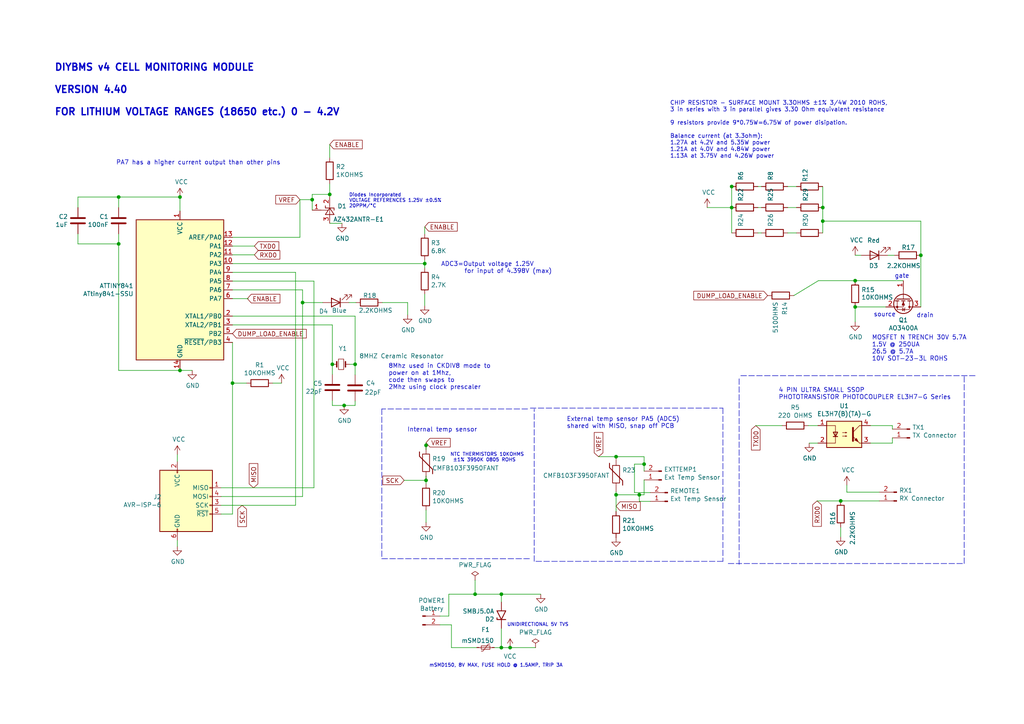
<source format=kicad_sch>
(kicad_sch (version 20231120) (generator "eeschema") (generator_version "8.0")
  (paper "A4")
  (title_block (title "DIYBMS cell monitoring module") (date "2021-03-03") (rev "4.4") (company "Stuart Pittaway"))
  (lib_symbols
    (symbol "Connector:AVR-ISP-6" (pin_names (offset 1.016))
      (property "Reference" "J" (at -6.35 11.43 0))
      (property "Value" "AVR-ISP-6" (at 0 11.43 0))
      (symbol "AVR-ISP-6_0_1"
        (rectangle (start -2.667 -6.858) (end -2.413 -7.62))
        (rectangle (start -2.667 10.16) (end -2.413 9.398))
        (rectangle (start 7.62 -2.413) (end 6.858 -2.667))
        (rectangle (start 7.62 0.127) (end 6.858 -0.127))
        (rectangle (start 7.62 2.667) (end 6.858 2.413))
        (rectangle (start 7.62 5.207) (end 6.858 4.953))
        (rectangle (start 7.62 10.16) (end -7.62 -7.62) (stroke (width 0.254)) (fill (type background)))
      )
      (symbol "AVR-ISP-6_1_1"
        (pin passive line (at 10.16 5.08 180) (length 2.54) (name "MISO") (number "1"))
        (pin passive line (at -2.54 12.7 270) (length 2.54) (name "VCC") (number "2"))
        (pin passive line (at 10.16 0 180) (length 2.54) (name "SCK") (number "3"))
        (pin passive line (at 10.16 2.54 180) (length 2.54) (name "MOSI") (number "4"))
        (pin passive line (at 10.16 -2.54 180) (length 2.54) (name "~{RST}") (number "5"))
        (pin passive line (at -2.54 -10.16 90) (length 2.54) (name "GND") (number "6"))
      )
    )
    (symbol "Device:C" (pin_numbers hide) (pin_names (offset 0.254))
      (property "Reference" "C" (at 0.635 2.54 0))
      (property "Value" "C" (at 0.635 -2.54 0))
      (symbol "C_0_1"
        (polyline (pts (xy -2.032 -0.762) (xy 2.032 -0.762)) (stroke (width 0.508)))
        (polyline (pts (xy -2.032 0.762) (xy 2.032 0.762)) (stroke (width 0.508)))
      )
      (symbol "C_1_1"
        (pin passive line (at 0 3.81 270) (length 2.794) (name "~") (number "1"))
        (pin passive line (at 0 -3.81 90) (length 2.794) (name "~") (number "2"))
      )
    )
    (symbol "Device:Crystal_Small" (pin_numbers hide) (pin_names (offset 1.016) hide)
      (property "Reference" "Y" (at 0 2.54 0))
      (property "Value" "Crystal_Small" (at 0 -2.54 0))
      (symbol "Crystal_Small_0_1"
        (rectangle (start -0.762 -1.524) (end 0.762 1.524))
        (polyline (pts (xy -1.27 -0.762) (xy -1.27 0.762)) (stroke (width 0.381)))
        (polyline (pts (xy 1.27 -0.762) (xy 1.27 0.762)) (stroke (width 0.381)))
      )
      (symbol "Crystal_Small_1_1"
        (pin passive line (at -2.54 0 0) (length 1.27) (name "1") (number "1"))
        (pin passive line (at 2.54 0 180) (length 1.27) (name "2") (number "2"))
      )
    )
    (symbol "Device:LED" (pin_numbers hide) (pin_names (offset 1.016) hide)
      (property "Reference" "D" (at 0 2.54 0))
      (property "Value" "LED" (at 0 -2.54 0))
      (symbol "LED_0_1"
        (polyline (pts (xy -1.27 -1.27) (xy -1.27 1.27)) (stroke (width 0.254)))
        (polyline (pts (xy -1.27 0) (xy 1.27 0)))
        (polyline (pts (xy 1.27 -1.27) (xy 1.27 1.27) (xy -1.27 0) (xy 1.27 -1.27)) (stroke (width 0.254)))
        (polyline (pts (xy -3.048 -0.762) (xy -4.572 -2.286) (xy -3.81 -2.286) (xy -4.572 -2.286) (xy -4.572 -1.524)))
        (polyline (pts (xy -1.778 -0.762) (xy -3.302 -2.286) (xy -2.54 -2.286) (xy -3.302 -2.286) (xy -3.302 -1.524)))
      )
      (symbol "LED_1_1"
        (pin passive line (at -3.81 0 0) (length 2.54) (name "K") (number "1"))
        (pin passive line (at 3.81 0 180) (length 2.54) (name "A") (number "2"))
      )
    )
    (symbol "Device:Polyfuse_Small" (pin_numbers hide) (pin_names (offset 0))
      (property "Reference" "F" (at -1.905 0 90))
      (property "Value" "Polyfuse_Small" (at 1.905 0 90))
      (symbol "Polyfuse_Small_0_1"
        (rectangle (start -0.508 1.27) (end 0.508 -1.27))
        (polyline (pts (xy 0 2.54) (xy 0 -2.54)))
        (polyline (pts (xy -1.016 1.27) (xy -1.016 0.762) (xy 1.016 -0.762) (xy 1.016 -1.27)))
      )
      (symbol "Polyfuse_Small_1_1"
        (pin passive line (at 0 2.54 270) (length 0.635) (name "~") (number "1"))
        (pin passive line (at 0 -2.54 90) (length 0.635) (name "~") (number "2"))
      )
    )
    (symbol "Device:Q_NMOS_GSD" (pin_names (offset 0) hide)
      (property "Reference" "Q" (at 5.08 1.27 0))
      (property "Value" "Q_NMOS_GSD" (at 5.08 -1.27 0))
      (symbol "Q_NMOS_GSD_0_1"
        (polyline (pts (xy 0.254 0) (xy -2.54 0)))
        (polyline (pts (xy 0.254 1.905) (xy 0.254 -1.905)) (stroke (width 0.254)))
        (polyline (pts (xy 0.762 -1.27) (xy 0.762 -2.286)) (stroke (width 0.254)))
        (polyline (pts (xy 0.762 0.508) (xy 0.762 -0.508)) (stroke (width 0.254)))
        (polyline (pts (xy 0.762 2.286) (xy 0.762 1.27)) (stroke (width 0.254)))
        (polyline (pts (xy 2.54 2.54) (xy 2.54 1.778)))
        (polyline (pts (xy 2.54 -2.54) (xy 2.54 0) (xy 0.762 0)))
        (polyline (pts (xy 0.762 -1.778) (xy 3.302 -1.778) (xy 3.302 1.778) (xy 0.762 1.778)))
        (polyline (pts (xy 1.016 0) (xy 2.032 0.381) (xy 2.032 -0.381) (xy 1.016 0)) (fill (type outline)))
        (polyline (pts (xy 2.794 0.508) (xy 2.921 0.381) (xy 3.683 0.381) (xy 3.81 0.254)))
        (polyline (pts (xy 3.302 0.381) (xy 2.921 -0.254) (xy 3.683 -0.254) (xy 3.302 0.381)))
        (circle (center 1.651 0) (radius 2.794) (stroke (width 0.254)))
        (circle (center 2.54 -1.778) (radius 0.254) (fill (type outline)))
        (circle (center 2.54 1.778) (radius 0.254) (fill (type outline)))
      )
      (symbol "Q_NMOS_GSD_1_1"
        (pin input line (at -5.08 0 0) (length 2.54) (name "G") (number "1"))
        (pin passive line (at 2.54 -5.08 90) (length 2.54) (name "S") (number "2"))
        (pin passive line (at 2.54 5.08 270) (length 2.54) (name "D") (number "3"))
      )
    )
    (symbol "Device:R" (pin_numbers hide) (pin_names (offset 0))
      (property "Reference" "R" (at 2.032 0 90))
      (property "Value" "R" (at 0 0 90))
      (symbol "R_0_1"
        (rectangle (start -1.016 -2.54) (end 1.016 2.54) (stroke (width 0.254)))
      )
      (symbol "R_1_1"
        (pin passive line (at 0 3.81 270) (length 1.27) (name "~") (number "1"))
        (pin passive line (at 0 -3.81 90) (length 1.27) (name "~") (number "2"))
      )
    )
    (symbol "Device:Thermistor" (pin_numbers hide) (pin_names (offset 0))
      (property "Reference" "TH" (at 2.54 1.27 90))
      (property "Value" "Thermistor" (at -2.54 0 90))
      (symbol "Thermistor_0_1"
        (rectangle (start -1.016 2.54) (end 1.016 -2.54) (stroke (width 0.2032)))
        (polyline (pts (xy -1.905 3.175) (xy -1.905 1.905) (xy 1.905 -1.905) (xy 1.905 -3.175) (xy 1.905 -3.175)) (stroke (width 0.254)))
      )
      (symbol "Thermistor_1_1"
        (pin passive line (at 0 5.08 270) (length 2.54) (name "~") (number "1"))
        (pin passive line (at 0 -5.08 90) (length 2.54) (name "~") (number "2"))
      )
    )
    (symbol "Diode:SM6T6V8A" (pin_numbers hide) (pin_names (offset 1.016) hide)
      (property "Reference" "D" (at 0 2.54 0))
      (property "Value" "SM6T6V8A" (at 0 -2.54 0))
      (symbol "SM6T6V8A_0_1"
        (polyline (pts (xy -0.762 1.27) (xy -1.27 1.27) (xy -1.27 -1.27)) (stroke (width 0.254)))
        (polyline (pts (xy 1.27 1.27) (xy 1.27 -1.27) (xy -1.27 0) (xy 1.27 1.27)) (stroke (width 0.254)))
      )
      (symbol "SM6T6V8A_1_1"
        (pin passive line (at -3.81 0 0) (length 2.54) (name "A1") (number "1"))
        (pin passive line (at 3.81 0 180) (length 2.54) (name "A2") (number "2"))
      )
    )
    (symbol "Isolator:PC817" (pin_names (offset 1.016))
      (property "Reference" "U" (at -5.08 5.08 0))
      (property "Value" "PC817" (at 0 5.08 0))
      (symbol "PC817_0_1"
        (rectangle (start -5.08 3.81) (end 5.08 -3.81) (stroke (width 0.254)) (fill (type background)))
        (polyline (pts (xy -3.175 -0.635) (xy -1.905 -0.635)) (stroke (width 0.254)))
        (polyline (pts (xy 2.54 0.635) (xy 4.445 2.54)))
        (polyline (pts (xy 4.445 -2.54) (xy 2.54 -0.635)) (fill (type outline)))
        (polyline (pts (xy 4.445 -2.54) (xy 5.08 -2.54)))
        (polyline (pts (xy 4.445 2.54) (xy 5.08 2.54)))
        (polyline (pts (xy -5.08 2.54) (xy -2.54 2.54) (xy -2.54 -0.635)))
        (polyline (pts (xy -2.54 -0.635) (xy -2.54 -2.54) (xy -5.08 -2.54)))
        (polyline (pts (xy 2.54 1.905) (xy 2.54 -1.905) (xy 2.54 -1.905)) (stroke (width 0.508)))
        (polyline (pts (xy -2.54 -0.635) (xy -3.175 0.635) (xy -1.905 0.635) (xy -2.54 -0.635)) (stroke (width 0.254)))
        (polyline (pts (xy -0.508 -0.508) (xy 0.762 -0.508) (xy 0.381 -0.635) (xy 0.381 -0.381) (xy 0.762 -0.508)))
        (polyline (pts (xy -0.508 0.508) (xy 0.762 0.508) (xy 0.381 0.381) (xy 0.381 0.635) (xy 0.762 0.508)))
        (polyline (pts (xy 3.048 -1.651) (xy 3.556 -1.143) (xy 4.064 -2.159) (xy 3.048 -1.651) (xy 3.048 -1.651)) (fill (type outline)))
      )
      (symbol "PC817_1_1"
        (pin passive line (at -7.62 2.54 0) (length 2.54) (name "~") (number "1"))
        (pin passive line (at -7.62 -2.54 0) (length 2.54) (name "~") (number "2"))
        (pin passive line (at 7.62 -2.54 180) (length 2.54) (name "~") (number "3"))
        (pin passive line (at 7.62 2.54 180) (length 2.54) (name "~") (number "4"))
      )
    )
    (symbol "ModuleV440-rescue:ATtiny841-SSU-MCU_Microchip_ATtiny"
      (property "Reference" "U" (at -12.7 21.59 0))
      (property "Value" "MCU_Microchip_ATtiny_ATtiny841-SSU" (at 2.54 -21.59 0))
      (symbol "ATtiny841-SSU-MCU_Microchip_ATtiny_0_1"
        (rectangle (start -12.7 -20.32) (end 12.7 20.32) (stroke (width 0.254)) (fill (type background)))
      )
      (symbol "ATtiny841-SSU-MCU_Microchip_ATtiny_1_1"
        (pin power_in line (at 0 22.86 270) (length 2.54) (name "VCC") (number "1"))
        (pin bidirectional line (at 15.24 7.62 180) (length 2.54) (name "PA3") (number "10"))
        (pin bidirectional line (at 15.24 10.16 180) (length 2.54) (name "PA2") (number "11"))
        (pin bidirectional line (at 15.24 12.7 180) (length 2.54) (name "PA1") (number "12"))
        (pin bidirectional line (at 15.24 15.24 180) (length 2.54) (name "AREF/PA0") (number "13"))
        (pin power_in line (at 0 -22.86 90) (length 2.54) (name "GND") (number "14"))
        (pin bidirectional line (at 15.24 -7.62 180) (length 2.54) (name "XTAL1/PB0") (number "2"))
        (pin bidirectional line (at 15.24 -10.16 180) (length 2.54) (name "XTAL2/PB1") (number "3"))
        (pin bidirectional line (at 15.24 -15.24 180) (length 2.54) (name "~{RESET}/PB3") (number "4"))
        (pin bidirectional line (at 15.24 -12.7 180) (length 2.54) (name "PB2") (number "5"))
        (pin bidirectional line (at 15.24 -2.54 180) (length 2.54) (name "PA7") (number "6"))
        (pin bidirectional line (at 15.24 0 180) (length 2.54) (name "PA6") (number "7"))
        (pin bidirectional line (at 15.24 2.54 180) (length 2.54) (name "PA5") (number "8"))
        (pin bidirectional line (at 15.24 5.08 180) (length 2.54) (name "PA4") (number "9"))
      )
    )
    (symbol "ModuleV440-rescue:Conn_01x02_Male-Connector" (pin_names (offset 1.016) hide)
      (property "Reference" "J" (at 0 2.54 0))
      (property "Value" "Connector_Conn_01x02_Male" (at 0 -5.08 0))
      (symbol "Conn_01x02_Male-Connector_1_1"
        (polyline (pts (xy 1.27 -2.54) (xy 0.8636 -2.54)) (stroke (width 0.1524)))
        (polyline (pts (xy 1.27 0) (xy 0.8636 0)) (stroke (width 0.1524)))
        (rectangle (start 0.8636 -2.413) (end 0 -2.667) (stroke (width 0.1524)) (fill (type outline)))
        (rectangle (start 0.8636 0.127) (end 0 -0.127) (stroke (width 0.1524)) (fill (type outline)))
        (pin passive line (at 5.08 0 180) (length 3.81) (name "Pin_1") (number "1"))
        (pin passive line (at 5.08 -2.54 180) (length 3.81) (name "Pin_2") (number "2"))
      )
    )
    (symbol "ModuleV440-rescue:GND-power" (power) (pin_names (offset 0))
      (property "Value" "power_GND" (at 0 -3.81 0))
      (symbol "GND-power_0_1"
        (polyline (pts (xy 0 0) (xy 0 -1.27) (xy 1.27 -1.27) (xy 0 -2.54) (xy -1.27 -1.27) (xy 0 -1.27)))
      )
      (symbol "GND-power_1_1"
        (pin power_in line (at 0 0 270) (length 0) hide (name "GND") (number "1"))
      )
    )
    (symbol "ModuleV440-rescue:PWR_FLAG-power" (power) (pin_numbers hide) (pin_names (offset 0) hide)
      (property "Value" "power_PWR_FLAG" (at 0 3.81 0))
      (symbol "PWR_FLAG-power_0_0"
        (pin power_out line (at 0 0 90) (length 0) (name "pwr") (number "1"))
      )
      (symbol "PWR_FLAG-power_0_1"
        (polyline (pts (xy 0 0) (xy 0 1.27) (xy -1.016 1.905) (xy 0 2.54) (xy 1.016 1.905) (xy 0 1.27)))
      )
    )
    (symbol "ModuleV440-rescue:VCC-power" (power) (pin_names (offset 0))
      (property "Value" "power_VCC" (at 0 3.81 0))
      (symbol "VCC-power_0_1"
        (polyline (pts (xy -0.762 1.27) (xy 0 2.54)))
        (polyline (pts (xy 0 0) (xy 0 2.54)))
        (polyline (pts (xy 0 2.54) (xy 0.762 1.27)))
      )
      (symbol "VCC-power_1_1"
        (pin power_in line (at 0 0 90) (length 0) hide (name "VCC") (number "1"))
      )
    )
    (symbol "Reference_Voltage:LM385Z-ADJ" (pin_names (offset 0.0254) hide)
      (property "Reference" "U" (at 1.905 3.81 0))
      (property "Value" "LM385Z-ADJ" (at 0 -3.175 0))
      (symbol "LM385Z-ADJ_0_1"
        (polyline (pts (xy 0 2.54) (xy 0 0.381)))
        (polyline (pts (xy -1.27 0) (xy 0 0) (xy 1.27 0)))
        (polyline (pts (xy -1.27 -1.27) (xy 0.635 0) (xy -1.27 1.27) (xy -1.27 -1.27)) (stroke (width 0.2032)))
        (polyline (pts (xy 0 -1.27) (xy 0.635 -1.27) (xy 0.635 1.27) (xy 1.27 1.27)) (stroke (width 0.2032)))
      )
      (symbol "LM385Z-ADJ_1_1"
        (pin input line (at 0 5.08 270) (length 2.54) (name "FB") (number "1"))
        (pin passive line (at 3.81 0 180) (length 2.54) (name "K") (number "2"))
        (pin passive line (at -3.81 0 0) (length 2.54) (name "A") (number "3"))
      )
    )
  )
  (junction (at 267.081 74.041))
  (junction (at 34.417 57.15))
  (junction (at 238.633 60.198))
  (junction (at 186.817 134.62))
  (junction (at 123.571 139.319))
  (junction (at 96.393 105.664))
  (junction (at 212.217 60.198))
  (junction (at 90.551 57.912))
  (junction (at 52.197 107.442))
  (junction (at 52.197 57.15))
  (junction (at 178.689 132.461))
  (junction (at 102.997 105.664))
  (junction (at 178.689 143.51))
  (junction (at 99.822 117.602))
  (junction (at 34.417 70.739))
  (junction (at 145.415 172.339))
  (junction (at 67.437 111.125))
  (junction (at 248.031 89.027))
  (junction (at 243.84 145.288))
  (junction (at 145.415 187.833))
  (junction (at 248.031 81.407))
  (junction (at 87.757 87.757))
  (junction (at 123.571 129.159))
  (junction (at 212.217 54.102))
  (junction (at 95.631 56.388))
  (junction (at 123.19 76.454))
  (junction (at 137.795 172.339))
  (junction (at 238.633 64.135))
  (junction (at 185.42 143.51))
  (junction (at 147.955 187.833))
  (wire (pts (xy 99.822 117.602) (xy 102.997 117.602)))
  (wire (pts (xy 22.606 60.198) (xy 22.606 57.15)))
  (wire (pts (xy 52.197 57.15) (xy 34.417 57.15)))
  (wire (pts (xy 243.84 145.288) (xy 255.016 145.288)))
  (wire (pts (xy 123.571 139.319) (xy 123.571 140.335)))
  (wire (pts (xy 130.175 172.339) (xy 137.795 172.339)))
  (wire (pts (xy 212.217 60.198) (xy 212.217 54.102)))
  (wire (pts (xy 262.001 81.407) (xy 248.031 81.407)))
  (wire (pts (xy 228.473 60.198) (xy 231.013 60.198)))
  (wire (pts (xy 101.473 105.664) (xy 102.997 105.664)))
  (wire (pts (xy 185.42 143.51) (xy 186.817 143.51)))
  (wire (pts (xy 51.435 133.858) (xy 51.435 131.826)))
  (wire (pts (xy 67.437 71.374) (xy 73.787 71.374)))
  (wire (pts (xy 186.817 143.51) (xy 186.817 139.192)))
  (wire (pts (xy 96.393 94.234) (xy 96.393 105.664)))
  (wire (pts (xy 237.363 81.407) (xy 230.251 85.725)))
  (wire (pts (xy 96.393 105.664) (xy 96.393 108.585)))
  (wire (pts (xy 123.571 138.049) (xy 123.571 139.319)))
  (wire (pts (xy 85.725 78.994) (xy 85.725 146.558)))
  (wire (pts (xy 101.219 87.757) (xy 103.251 87.757)))
  (wire (pts (xy 145.415 172.339) (xy 137.795 172.339)))
  (wire (pts (xy 130.175 172.339) (xy 130.175 178.689)))
  (wire (pts (xy 102.997 105.664) (xy 102.997 108.712)))
  (wire (pts (xy 238.633 54.102) (xy 238.633 60.198)))
  (wire (pts (xy 219.837 60.198) (xy 220.853 60.198)))
  (wire (pts (xy 130.937 181.229) (xy 130.937 187.833)))
  (wire (pts (xy 252.476 123.444) (xy 258.826 123.444)))
  (wire (pts (xy 186.817 134.62) (xy 186.817 136.652)))
  (wire (pts (xy 143.383 187.833) (xy 145.415 187.833)))
  (wire (pts (xy 67.437 99.314) (xy 67.437 111.125)))
  (polyline (pts (xy 211.201 163.449) (xy 279.654 163.449)) (stroke (width 0) (type dash)))
  (wire (pts (xy 22.606 67.818) (xy 22.606 70.739)))
  (wire (pts (xy 64.135 144.018) (xy 87.757 144.018)))
  (wire (pts (xy 91.059 81.534) (xy 91.059 141.478)))
  (wire (pts (xy 34.417 57.15) (xy 34.417 60.198)))
  (wire (pts (xy 71.501 111.125) (xy 67.437 111.125)))
  (wire (pts (xy 178.689 132.461) (xy 186.817 132.461)))
  (wire (pts (xy 64.135 146.558) (xy 85.725 146.558)))
  (wire (pts (xy 147.955 187.833) (xy 155.321 187.833)))
  (wire (pts (xy 219.837 54.102) (xy 220.853 54.102)))
  (wire (pts (xy 67.437 86.614) (xy 72.009 86.614)))
  (wire (pts (xy 248.031 89.027) (xy 248.031 93.345)))
  (wire (pts (xy 123.571 130.429) (xy 123.571 129.159)))
  (wire (pts (xy 237.363 81.407) (xy 248.031 81.407)))
  (wire (pts (xy 145.415 182.245) (xy 145.415 187.833)))
  (wire (pts (xy 145.415 174.625) (xy 145.415 172.339)))
  (wire (pts (xy 212.217 60.198) (xy 212.217 67.564)))
  (wire (pts (xy 95.631 64.77) (xy 99.187 64.77)))
  (wire (pts (xy 64.135 141.478) (xy 91.059 141.478)))
  (wire (pts (xy 90.551 57.912) (xy 90.551 56.388)))
  (wire (pts (xy 137.795 172.339) (xy 137.795 168.275)))
  (wire (pts (xy 178.689 143.51) (xy 185.42 143.51)))
  (polyline (pts (xy 282.829 108.966) (xy 214.376 108.966)) (stroke (width 0) (type dash)))
  (polyline (pts (xy 153.035 118.618) (xy 110.744 118.618)) (stroke (width 0) (type dash)))
  (wire (pts (xy 178.689 143.51) (xy 178.689 142.621)))
  (wire (pts (xy 252.476 128.524) (xy 258.826 128.524)))
  (wire (pts (xy 127.635 181.229) (xy 130.937 181.229)))
  (wire (pts (xy 67.437 68.834) (xy 86.995 68.834)))
  (wire (pts (xy 267.081 74.041) (xy 267.081 89.027)))
  (wire (pts (xy 228.473 67.564) (xy 231.013 67.564)))
  (wire (pts (xy 87.757 84.074) (xy 67.437 84.074)))
  (wire (pts (xy 173.609 132.461) (xy 178.689 132.461)))
  (wire (pts (xy 219.837 67.564) (xy 220.853 67.564)))
  (wire (pts (xy 267.081 64.135) (xy 267.081 74.041)))
  (wire (pts (xy 96.393 117.602) (xy 99.822 117.602)))
  (wire (pts (xy 34.417 107.442) (xy 52.197 107.442)))
  (wire (pts (xy 118.237 87.757) (xy 118.237 91.313)))
  (wire (pts (xy 236.982 145.288) (xy 243.84 145.288)))
  (wire (pts (xy 258.826 123.444) (xy 258.826 124.46)))
  (wire (pts (xy 127.635 178.689) (xy 130.175 178.689)))
  (wire (pts (xy 86.995 57.912) (xy 86.995 68.834)))
  (wire (pts (xy 123.19 67.818) (xy 123.19 65.786)))
  (wire (pts (xy 52.197 57.15) (xy 52.197 61.214)))
  (polyline (pts (xy 209.677 118.364) (xy 209.677 162.814)) (stroke (width 0) (type dash)))
  (polyline (pts (xy 154.94 162.814) (xy 154.94 118.618)) (stroke (width 0) (type dash)))
  (wire (pts (xy 123.571 139.319) (xy 117.221 139.319)))
  (wire (pts (xy 123.19 88.646) (xy 123.19 85.344)))
  (wire (pts (xy 188.595 145.415) (xy 185.42 145.415)))
  (polyline (pts (xy 110.744 118.618) (xy 110.744 162.052)) (stroke (width 0) (type dash)))
  (wire (pts (xy 234.696 128.524) (xy 237.236 128.524)))
  (wire (pts (xy 123.571 129.159) (xy 123.571 128.397)))
  (wire (pts (xy 145.415 187.833) (xy 147.955 187.833)))
  (wire (pts (xy 87.757 84.074) (xy 87.757 87.757)))
  (wire (pts (xy 184.023 134.62) (xy 184.023 142.875)))
  (wire (pts (xy 130.937 187.833) (xy 138.303 187.833)))
  (wire (pts (xy 186.817 132.461) (xy 186.817 134.62)))
  (wire (pts (xy 110.871 87.757) (xy 118.237 87.757)))
  (wire (pts (xy 67.437 73.914) (xy 73.787 73.914)))
  (wire (pts (xy 245.618 142.748) (xy 245.618 140.716)))
  (wire (pts (xy 186.817 134.62) (xy 184.023 134.62)))
  (wire (pts (xy 55.753 107.442) (xy 52.197 107.442)))
  (wire (pts (xy 212.217 54.102) (xy 212.471 54.102)))
  (wire (pts (xy 90.551 57.912) (xy 86.995 57.912)))
  (polyline (pts (xy 214.376 109.855) (xy 214.376 163.703)) (stroke (width 0) (type dash)))
  (wire (pts (xy 102.997 91.694) (xy 102.997 105.664)))
  (wire (pts (xy 64.135 149.098) (xy 67.437 149.098)))
  (polyline (pts (xy 110.744 162.052) (xy 153.797 162.052)) (stroke (width 0) (type dash)))
  (wire (pts (xy 67.437 76.454) (xy 123.19 76.454)))
  (wire (pts (xy 79.121 111.125) (xy 81.661 111.125)))
  (wire (pts (xy 184.023 142.875) (xy 188.595 142.875)))
  (wire (pts (xy 234.442 123.444) (xy 237.236 123.444)))
  (wire (pts (xy 238.633 60.198) (xy 238.633 64.135)))
  (wire (pts (xy 102.997 116.332) (xy 102.997 117.602)))
  (wire (pts (xy 226.822 123.444) (xy 219.202 123.444)))
  (wire (pts (xy 67.437 94.234) (xy 96.393 94.234)))
  (wire (pts (xy 178.689 148.336) (xy 178.689 143.51)))
  (wire (pts (xy 95.631 41.91) (xy 95.631 45.72)))
  (wire (pts (xy 22.606 70.739) (xy 34.417 70.739)))
  (wire (pts (xy 248.031 74.041) (xy 249.809 74.041)))
  (wire (pts (xy 67.437 78.994) (xy 85.725 78.994)))
  (wire (pts (xy 34.417 67.818) (xy 34.417 70.739)))
  (wire (pts (xy 258.826 128.524) (xy 258.826 127)))
  (wire (pts (xy 90.551 56.388) (xy 95.631 56.388)))
  (wire (pts (xy 245.618 142.748) (xy 255.016 142.748)))
  (wire (pts (xy 95.631 56.388) (xy 95.631 53.34)))
  (wire (pts (xy 52.197 106.934) (xy 52.197 107.442)))
  (wire (pts (xy 256.921 89.027) (xy 248.031 89.027)))
  (polyline (pts (xy 279.654 163.449) (xy 279.654 108.712)) (stroke (width 0) (type dash)))
  (wire (pts (xy 123.571 151.511) (xy 123.571 147.955)))
  (wire (pts (xy 257.429 74.041) (xy 259.461 74.041)))
  (wire (pts (xy 90.551 60.96) (xy 90.551 57.912)))
  (wire (pts (xy 93.599 87.757) (xy 87.757 87.757)))
  (wire (pts (xy 95.631 57.15) (xy 95.631 56.388)))
  (wire (pts (xy 51.435 156.718) (xy 51.435 158.496)))
  (wire (pts (xy 67.437 81.534) (xy 91.059 81.534)))
  (wire (pts (xy 67.437 111.125) (xy 67.437 149.098)))
  (polyline (pts (xy 209.677 162.814) (xy 154.94 162.814)) (stroke (width 0) (type dash)))
  (wire (pts (xy 67.437 91.694) (xy 102.997 91.694)))
  (wire (pts (xy 145.415 172.339) (xy 156.845 172.339)))
  (wire (pts (xy 123.19 77.724) (xy 123.19 76.454)))
  (wire (pts (xy 238.633 64.135) (xy 267.081 64.135)))
  (wire (pts (xy 34.417 70.739) (xy 34.417 107.442)))
  (wire (pts (xy 185.42 145.415) (xy 185.42 143.51)))
  (wire (pts (xy 96.393 117.602) (xy 96.393 116.205)))
  (wire (pts (xy 123.19 76.454) (xy 123.19 75.438)))
  (wire (pts (xy 212.217 60.198) (xy 205.105 60.198)))
  (wire (pts (xy 228.473 54.102) (xy 231.013 54.102)))
  (wire (pts (xy 87.757 144.018) (xy 87.757 87.757)))
  (wire (pts (xy 243.84 152.908) (xy 243.84 155.702)))
  (wire (pts (xy 22.606 57.15) (xy 34.417 57.15)))
  (wire (pts (xy 238.633 64.135) (xy 238.633 67.564)))
  (polyline (pts (xy 153.797 118.364) (xy 209.677 118.364)) (stroke (width 0) (type dash)))
  (text "ADC3=Output voltage 1.25V \n       for input of 4.398V (max)" (at 127.889 79.502 0) (effects (font (size 1.27 1.27)) (justify left bottom)))
  (text "PA7 has a higher current output than other pins" (at 33.655 48.006 0) (effects (font (size 1.27 1.27)) (justify left bottom)))
  (text "8Mhz used in CKDIV8 mode to \npower on at 1Mhz,\ncode then swaps to \n2Mhz using clock prescaler" (at 112.649 113.157 0) (effects (font (size 1.27 1.27)) (justify left bottom)))
  (text "NTC THERMISTORS 10KOHMS\n ±1% 3950K 0805 ROHS" (at 130.556 134.112 0) (effects (font (size 0.9906 0.9906)) (justify left bottom)))
  (text "MOSFET N TRENCH 30V 5.7A \n1.5V @ 250UA \n26.5 @ 5.7A\n10V SOT-23-3L ROHS" (at 252.857 104.902 0) (effects (font (size 1.27 1.27)) (justify left bottom)))
  (text "gate" (at 259.461 80.899 0) (effects (font (size 1.27 1.27)) (justify left bottom)))
  (text "Internal temp sensor" (at 118.11 125.476 0) (effects (font (size 1.27 1.27)) (justify left bottom)))
  (text "Diodes Incorporated\nVOLTAGE REFERENCES 1.25V ±0.5% \n20PPM/°C" (at 101.219 60.452 0) (effects (font (size 0.9906 0.9906)) (justify left bottom)))
  (text "4 PIN ULTRA SMALL SSOP\nPHOTOTRANSISTOR PHOTOCOUPLER EL3H7-G Series\n" (at 225.806 116.078 0) (effects (font (size 1.27 1.27)) (justify left bottom)))
  (text "mSMD150, 8V MAX, FUSE HOLD @ 1.5AMP, TRIP 3A" (at 124.46 193.675 0) (effects (font (size 0.9906 0.9906)) (justify left bottom)))
  (text "source" (at 253.365 92.075 0) (effects (font (size 1.27 1.27)) (justify left bottom)))
  (text "drain" (at 265.811 92.329 0) (effects (font (size 1.27 1.27)) (justify left bottom)))
  (text "UNIDIRECTIONAL 5V TVS " (at 147.066 181.864 0) (effects (font (size 0.9906 0.9906)) (justify left bottom)))
  (text "External temp sensor PA5 (ADC5) \nshared with MISO, snap off PCB" (at 164.338 124.46 0) (effects (font (size 1.27 1.27)) (justify left bottom)))
  (text "DIYBMS v4 CELL MONITORING MODULE\n\nVERSION 4.40\n\nFOR LITHIUM VOLTAGE RANGES (18650 etc.) 0 - 4.2V" (at 15.748 33.782 0) (effects (font (size 2.0066 2.0066) (thickness 0.4013) (bold yes)) (justify left bottom)))
  (text "CHIP RESISTOR - SURFACE MOUNT 3.3OHMS ±1% 3/4W 2010 ROHS, \n3 in series with 3 in parallel gives 3.30 Ohm equivalent resistance\n\n9 resistors provide 9*0.75W=6.75W of power disipation.\n\nBalance current (at 3.3ohm):\n1.27A at 4.2V and 5.35W power\n1.21A at 4.0V and 4.84W power\n1.13A at 3.75V and 4.26W power\n\n\n" (at 194.31 49.911 0) (effects (font (size 1.1938 1.1938)) (justify left bottom)))
  (global_label "TXD0" (shape input) (at 219.202 123.444 270) (property "Intersheetrefs" "${INTERSHEET_REFS}" (effects (hide yes))))
  (global_label "RXD0" (shape input) (at 73.787 73.914 0) (property "Intersheetrefs" "${INTERSHEET_REFS}" (effects (hide yes))))
  (global_label "VREF" (shape input) (at 123.571 128.397 0) (property "Intersheetrefs" "${INTERSHEET_REFS}" (effects (hide yes))))
  (global_label "VREF" (shape input) (at 173.609 132.461 90) (property "Intersheetrefs" "${INTERSHEET_REFS}" (effects (hide yes))))
  (global_label "TXD0" (shape input) (at 73.787 71.374 0) (property "Intersheetrefs" "${INTERSHEET_REFS}" (effects (hide yes))))
  (global_label "ENABLE" (shape input) (at 71.755 86.614 0) (property "Intersheetrefs" "${INTERSHEET_REFS}" (effects (hide yes))))
  (global_label "MISO" (shape input) (at 178.689 146.812 0) (property "Intersheetrefs" "${INTERSHEET_REFS}" (effects (hide yes))))
  (global_label "RXD0" (shape input) (at 236.982 145.288 270) (property "Intersheetrefs" "${INTERSHEET_REFS}" (effects (hide yes))))
  (global_label "MISO" (shape input) (at 73.533 141.478 90) (property "Intersheetrefs" "${INTERSHEET_REFS}" (effects (hide yes))))
  (global_label "ENABLE" (shape input) (at 123.19 65.786 0) (property "Intersheetrefs" "${INTERSHEET_REFS}" (effects (hide yes))))
  (global_label "VREF" (shape input) (at 86.995 57.912 180) (property "Intersheetrefs" "${INTERSHEET_REFS}" (effects (hide yes))))
  (global_label "DUMP_LOAD_ENABLE" (shape input) (at 67.437 96.774 0) (property "Intersheetrefs" "${INTERSHEET_REFS}" (effects (hide yes))))
  (global_label "ENABLE" (shape input) (at 95.631 41.91 0) (property "Intersheetrefs" "${INTERSHEET_REFS}" (effects (hide yes))))
  (global_label "SCK" (shape input) (at 117.221 139.319 180) (property "Intersheetrefs" "${INTERSHEET_REFS}" (effects (hide yes))))
  (global_label "DUMP_LOAD_ENABLE" (shape input) (at 222.631 85.725 180) (property "Intersheetrefs" "${INTERSHEET_REFS}" (effects (hide yes))))
  (global_label "SCK" (shape input) (at 70.231 146.558 270) (property "Intersheetrefs" "${INTERSHEET_REFS}" (effects (hide yes))))
  (symbol (lib_id "ModuleV440-rescue:ATtiny841-SSU-MCU_Microchip_ATtiny") (at 52.197 84.074 0) (unit 1)
    (property "Reference" "ATTINY841" (at 38.735 82.9056 0) (effects (justify right)))
    (property "Value" "ATtiny841-SSU" (at 38.735 85.217 0) (effects (justify right)))
    (property "Footprint" "Package_SO:SOIC-14_3.9x8.7mm_P1.27mm" (effects (hide yes)))
    (property "Datasheet" "http://ww1.microchip.com/downloads/en/DeviceDoc/Atmel-8495-8-bit-AVR-Microcontrollers-ATtiny441-ATtiny841_Datasheet.pdf" (effects (hide yes)))
    (property "LCSCStockCode" "C219103" (effects (hide yes)))
  )
  (symbol (lib_id "Isolator:PC817") (at 244.856 125.984 0) (unit 1)
    (property "Reference" "U1" (at 244.856 117.729 0))
    (property "Value" "EL3H7(B)(TA)-G" (at 244.856 120.0404 0))
    (property "Footprint" "Package_SO:SOP-4_4.4x2.6mm_P1.27mm" (effects (hide yes)))
    (property "Datasheet" "https://datasheet.lcsc.com/szlcsc/Everlight-Elec-EL3H7-B-TA-G_C32565.pdf" (effects (hide yes)))
    (property "LCSCStockCode" "C32565" (effects (hide yes)))
    (property "PartNumber" "EL3H7(B)(TA)-G" (effects (hide yes)))
    (property "JLCPCBRotation" "90" (effects (hide yes)))
  )
  (symbol (lib_id "ModuleV440-rescue:Conn_01x02_Male-Connector") (at 263.906 127 180) (unit 1)
    (property "Reference" "TX1" (at 264.5918 123.952 0) (effects (justify right)))
    (property "Value" "TX Connector" (at 264.5918 126.2634 0) (effects (justify right)))
    (property "Footprint" "Connector_JST:JST_PH_S2B-PH-K_1x02_P2.00mm_Horizontal" (effects (hide yes)))
    (property "Datasheet" "https://datasheet.lcsc.com/szlcsc/JST-Sales-America-S2B-PH-K-S-LF-SN_C173752.pdf" (effects (hide yes)))
    (property "LCSCStockCode" "C265016" (effects (hide yes)))
    (property "PartNumber" "S2B-PH-K(LF)(SN)" (effects (hide yes)))
  )
  (symbol (lib_id "Device:R") (at 230.632 123.444 270) (unit 1)
    (property "Reference" "R5" (at 230.632 118.1862 90))
    (property "Value" "220 OHMS" (at 230.632 120.4976 90))
    (property "Footprint" "Resistor_SMD:R_0805_2012Metric" (effects (hide yes)))
    (property "LCSCStockCode" "C17557" (effects (hide yes)))
    (property "PartNumber" "0805W8F2200T5E" (effects (hide yes)))
  )
  (symbol (lib_id "ModuleV440-rescue:GND-power") (at 234.696 128.524 0) (unit 1)
    (property "Reference" "#PWR0109" (effects (hide yes)))
    (property "Value" "GND" (at 234.823 132.9182 0))
  )
  (symbol (lib_id "Device:R") (at 216.027 54.102 90) (unit 1)
    (property "Reference" "R6" (at 214.8586 52.324 0) (effects (justify left)))
    (property "Value" "3.3OHM 3/4W" (effects (hide yes)))
    (property "Footprint" "Resistor_SMD:R_2010_5025Metric" (effects (hide yes)))
    (property "LCSCStockCode" "C270971" (effects (hide yes)))
    (property "PartNumber" "201007F330KT4E" (effects (hide yes)))
  )
  (symbol (lib_id "Device:R") (at 224.663 54.102 90) (unit 1)
    (property "Reference" "R8" (at 223.4946 52.324 0) (effects (justify left)))
    (property "Value" "3.3OHM 3/4W" (effects (hide yes)))
    (property "Footprint" "Resistor_SMD:R_2010_5025Metric" (effects (hide yes)))
    (property "LCSCStockCode" "C270971" (effects (hide yes)))
    (property "PartNumber" "201007F330KT4E" (effects (hide yes)))
  )
  (symbol (lib_id "Device:R") (at 234.823 54.102 90) (unit 1)
    (property "Reference" "R12" (at 233.553 52.832 0) (effects (justify left)))
    (property "Value" "3.3OHM 3/4W" (effects (hide yes)))
    (property "Footprint" "Resistor_SMD:R_2010_5025Metric" (effects (hide yes)))
    (property "LCSCStockCode" "C270971" (effects (hide yes)))
    (property "PartNumber" "201007F330KT4E" (effects (hide yes)))
  )
  (symbol (lib_id "Device:Q_NMOS_GSD") (at 262.001 86.487 270) (unit 1)
    (property "Reference" "Q1" (at 262.001 92.837 90))
    (property "Value" "AO3400A" (at 262.001 95.1484 90))
    (property "Footprint" "TO_SOT_Packages_SMD:SOT-23" (effects (hide yes)))
    (property "Datasheet" "https://datasheet.lcsc.com/szlcsc/Alpha-Omega-Semicon-AOS-AO3400A_C20917.pdf" (effects (hide yes)))
    (property "LCSCStockCode" "C20917" (effects (hide yes)))
    (property "PartNumber" "AO3400A" (effects (hide yes)))
  )
  (symbol (lib_id "Device:R") (at 248.031 85.217 0) (unit 1)
    (property "Reference" "R15" (at 249.809 84.0486 0) (effects (justify left)))
    (property "Value" "10KOHMS" (at 249.809 86.233 0) (effects (justify left)))
    (property "Footprint" "Resistor_SMD:R_0805_2012Metric" (effects (hide yes)))
    (property "LCSCStockCode" "C17414" (effects (hide yes)))
    (property "PartNumber" "0805W8F1002T5E" (effects (hide yes)))
  )
  (symbol (lib_id "ModuleV440-rescue:GND-power") (at 248.031 93.345 0) (unit 1)
    (property "Reference" "#PWR0110" (effects (hide yes)))
    (property "Value" "GND" (at 248.158 97.7392 0))
  )
  (symbol (lib_id "Device:Thermistor") (at 123.571 134.239 0) (unit 1)
    (property "Reference" "R19" (at 125.349 133.0706 0) (effects (justify left)))
    (property "Value" "CMFB103F3950FANT" (at 125.349 135.763 0) (effects (justify left)))
    (property "Footprint" "Resistor_SMD:R_0805_2012Metric" (effects (hide yes)))
    (property "Datasheet" "https://datasheet.lcsc.com/szlcsc/Guangdong-Fenghua-Advanced-Tech-CMFB103F3950FANT_C51597.pdf" (effects (hide yes)))
    (property "LCSCStockCode" "C51597" (effects (hide yes)))
    (property "PartNumber" "CMFB103F3950FANT" (effects (hide yes)))
  )
  (symbol (lib_id "Device:R") (at 123.571 144.145 0) (unit 1)
    (property "Reference" "R20" (at 125.349 142.9766 0) (effects (justify left)))
    (property "Value" "10KOHMS" (at 125.349 145.288 0) (effects (justify left)))
    (property "Footprint" "Resistor_SMD:R_0805_2012Metric" (effects (hide yes)))
    (property "LCSCStockCode" "C17414" (effects (hide yes)))
    (property "PartNumber" "0805W8F1002T5E" (effects (hide yes)))
  )
  (symbol (lib_id "ModuleV440-rescue:GND-power") (at 123.571 151.511 0) (unit 1)
    (property "Reference" "#PWR0115" (effects (hide yes)))
    (property "Value" "GND" (at 123.698 155.9052 0))
  )
  (symbol (lib_id "ModuleV440-rescue:VCC-power") (at 205.105 60.198 0) (unit 1)
    (property "Reference" "#PWR0111" (effects (hide yes)))
    (property "Value" "VCC" (at 205.5368 55.8038 0))
  )
  (symbol (lib_id "ModuleV440-rescue:Conn_01x02_Male-Connector") (at 260.096 145.288 180) (unit 1)
    (property "Reference" "RX1" (at 260.7818 142.24 0) (effects (justify right)))
    (property "Value" "RX Connector" (at 260.7818 144.5514 0) (effects (justify right)))
    (property "Footprint" "Connector_JST:JST_PH_S2B-PH-K_1x02_P2.00mm_Horizontal" (effects (hide yes)))
    (property "Datasheet" "https://datasheet.lcsc.com/szlcsc/JST-Sales-America-S2B-PH-K-S-LF-SN_C173752.pdf" (effects (hide yes)))
    (property "LCSCStockCode" "C265016" (effects (hide yes)))
    (property "PartNumber" "S2B-PH-K(LF)(SN)" (effects (hide yes)))
  )
  (symbol (lib_id "ModuleV440-rescue:VCC-power") (at 245.618 140.716 0) (unit 1)
    (property "Reference" "#PWR0112" (effects (hide yes)))
    (property "Value" "VCC" (at 246.0498 136.3218 0))
  )
  (symbol (lib_id "ModuleV440-rescue:GND-power") (at 243.84 155.702 0) (unit 1)
    (property "Reference" "#PWR0113" (effects (hide yes)))
    (property "Value" "GND" (at 243.967 160.0962 0))
  )
  (symbol (lib_id "Device:R") (at 243.84 149.098 180) (unit 1)
    (property "Reference" "R16" (at 241.554 150.368 90))
    (property "Value" "2.2KOHMS" (at 247.269 153.162 90))
    (property "Footprint" "Resistor_SMD:R_0805_2012Metric" (effects (hide yes)))
    (property "LCSCStockCode" "C17520" (effects (hide yes)))
    (property "PartNumber" "0805W8F2201T5E" (effects (hide yes)))
  )
  (symbol (lib_id "Device:R") (at 178.689 152.146 0) (unit 1)
    (property "Reference" "R21" (at 180.467 150.9776 0) (effects (justify left)))
    (property "Value" "10KOHMS" (at 180.467 153.289 0) (effects (justify left)))
    (property "Footprint" "Resistor_SMD:R_0805_2012Metric" (effects (hide yes)))
    (property "LCSCStockCode" "C17414" (effects (hide yes)))
    (property "PartNumber" "0805W8F1002T5E" (effects (hide yes)))
  )
  (symbol (lib_id "ModuleV440-rescue:GND-power") (at 178.689 155.956 0) (unit 1)
    (property "Reference" "#PWR0116" (effects (hide yes)))
    (property "Value" "GND" (at 178.816 160.3502 0))
  )
  (symbol (lib_id "Device:LED") (at 253.619 74.041 180) (unit 1)
    (property "Reference" "D3" (at 253.365 77.089 0))
    (property "Value" "Red" (at 253.365 69.723 0))
    (property "Footprint" "LED_SMD:LED_0805_2012Metric" (effects (hide yes)))
    (property "LCSCStockCode" "C84256" (effects (hide yes)))
    (property "PartNumber" "2012HRK-620D" (effects (hide yes)))
  )
  (symbol (lib_id "Device:R") (at 263.271 74.041 270) (unit 1)
    (property "Reference" "R17" (at 261.493 71.755 90) (effects (justify left)))
    (property "Value" "2.2KOHMS" (at 257.175 77.089 90) (effects (justify left)))
    (property "Footprint" "Resistor_SMD:R_0805_2012Metric" (effects (hide yes)))
    (property "LCSCStockCode" "C17520" (effects (hide yes)))
    (property "PartNumber" "0805W8F2201T5E" (effects (hide yes)))
  )
  (symbol (lib_id "Device:LED") (at 97.409 87.757 180) (unit 1)
    (property "Reference" "D4" (at 93.853 90.297 0))
    (property "Value" "Blue" (at 98.425 90.043 0))
    (property "Footprint" "LED_SMD:LED_0805_2012Metric" (effects (hide yes)))
    (property "Datasheet" "https://datasheet.lcsc.com/szlcsc/Hubei-KENTO-Elec-Green-0805-Iv-207-249-mcd-atIF-20mA_C2297.pdf" (effects (hide yes)))
    (property "LCSCStockCode" "C2293" (effects (hide yes)))
    (property "PartNumber" "Blue LED" (effects (hide yes)))
  )
  (symbol (lib_id "Device:R") (at 107.061 87.757 270) (unit 1)
    (property "Reference" "R18" (at 105.283 85.725 90) (effects (justify left)))
    (property "Value" "2.2KOHMS" (at 104.013 90.043 90) (effects (justify left)))
    (property "Footprint" "Resistor_SMD:R_0805_2012Metric" (effects (hide yes)))
    (property "LCSCStockCode" "C17520" (effects (hide yes)))
    (property "PartNumber" "0805W8F2201T5E" (effects (hide yes)))
    (property "JLCPCBRotation" "0" (effects (hide yes)))
  )
  (symbol (lib_id "ModuleV440-rescue:GND-power") (at 118.237 91.313 0) (unit 1)
    (property "Reference" "#PWR0114" (effects (hide yes)))
    (property "Value" "GND" (at 118.364 95.7072 0))
  )
  (symbol (lib_id "Device:R") (at 226.441 85.725 270) (unit 1)
    (property "Reference" "R14" (at 227.6094 87.503 0) (effects (justify left)))
    (property "Value" "510OHMS" (at 224.917 87.503 0) (effects (justify left)))
    (property "Footprint" "Resistor_SMD:R_0805_2012Metric" (effects (hide yes)))
    (property "LCSCStockCode" "C17734" (effects (hide yes)))
    (property "PartNumber" "0805W8F5100T5E" (effects (hide yes)))
  )
  (symbol (lib_id "ModuleV440-rescue:VCC-power") (at 248.031 74.041 0) (unit 1)
    (property "Reference" "#PWR0118" (effects (hide yes)))
    (property "Value" "VCC" (at 248.4628 69.6468 0))
  )
  (symbol (lib_id "ModuleV440-rescue:VCC-power") (at 147.955 187.833 0) (unit 1)
    (property "Reference" "#PWR0101" (effects (hide yes)))
    (property "Value" "VCC" (at 147.955 190.373 0))
  )
  (symbol (lib_id "ModuleV440-rescue:GND-power") (at 156.845 172.339 0) (unit 1)
    (property "Reference" "#PWR0102" (effects (hide yes)))
    (property "Value" "GND" (at 156.972 176.7332 0))
  )
  (symbol (lib_id "ModuleV440-rescue:PWR_FLAG-power") (at 137.795 168.275 0) (unit 1)
    (property "Reference" "#FLG0101" (effects (hide yes)))
    (property "Value" "PWR_FLAG" (at 137.795 163.8554 0))
  )
  (symbol (lib_id "ModuleV440-rescue:PWR_FLAG-power") (at 155.321 187.833 0) (unit 1)
    (property "Reference" "#FLG0102" (effects (hide yes)))
    (property "Value" "PWR_FLAG" (at 155.321 183.4134 0))
  )
  (symbol (lib_id "Device:C") (at 34.417 64.008 0) (unit 1)
    (property "Reference" "C1" (at 31.5214 62.8396 0) (effects (justify right)))
    (property "Value" "100nF" (at 31.5214 65.151 0) (effects (justify right)))
    (property "Footprint" "Capacitor_SMD:C_0805_2012Metric" (effects (hide yes)))
    (property "LCSCStockCode" "C49678" (effects (hide yes)))
    (property "PartNumber" "CC0805KRX7R9BB104" (effects (hide yes)))
  )
  (symbol (lib_id "ModuleV440-rescue:Conn_01x02_Male-Connector") (at 122.555 178.689 0) (unit 1)
    (property "Reference" "POWER1" (at 125.2474 174.1678 0))
    (property "Value" "Battery" (at 125.2474 176.4792 0))
    (property "Footprint" "Connector_JST:JST_PH_S2B-PH-K_1x02_P2.00mm_Horizontal" (effects (hide yes)))
    (property "Datasheet" "https://datasheet.lcsc.com/szlcsc/JST-Sales-America-S2B-PH-K-S-LF-SN_C173752.pdf" (effects (hide yes)))
    (property "LCSCStockCode" "C265016" (effects (hide yes)))
    (property "PartNumber" "S2B-PH-K(LF)(SN)" (effects (hide yes)))
  )
  (symbol (lib_id "Device:R") (at 75.311 111.125 270) (unit 1)
    (property "Reference" "R1" (at 75.311 105.8672 90))
    (property "Value" "10KOHMS" (at 75.311 108.1786 90))
    (property "Footprint" "Resistor_SMD:R_0805_2012Metric" (effects (hide yes)))
    (property "LCSCStockCode" "C17414" (effects (hide yes)))
    (property "PartNumber" "0805W8F1002T5E" (effects (hide yes)))
  )
  (symbol (lib_id "ModuleV440-rescue:VCC-power") (at 81.661 111.125 0) (unit 1)
    (property "Reference" "#PWR01" (effects (hide yes)))
    (property "Value" "VCC" (at 82.0928 106.7308 0))
  )
  (symbol (lib_id "Connector:AVR-ISP-6") (at 53.975 146.558 0) (unit 1)
    (property "Reference" "J2" (at 46.863 144.1196 0) (effects (justify right)))
    (property "Value" "AVR-ISP-6" (at 46.863 146.431 0) (effects (justify right)))
    (property "Footprint" "Pin_Headers:Pin_Header_Straight_2x03_Pitch2.54mm" (effects (hide yes)))
    (property "Datasheet" "https://lcsc.com/product-detail/Pin-Header-Female-Header_Boom-Precision-Elec-2-54mm-2-3P-Header_C65114.html" (effects (hide yes)))
    (property "LCSCStockCode" "C65114" (effects (hide yes)))
  )
  (symbol (lib_id "ModuleV440-rescue:VCC-power") (at 51.435 131.826 0) (unit 1)
    (property "Reference" "#PWR0103" (effects (hide yes)))
    (property "Value" "VCC" (at 51.8668 127.4318 0))
  )
  (symbol (lib_id "ModuleV440-rescue:GND-power") (at 51.435 158.496 0) (unit 1)
    (property "Reference" "#PWR0104" (effects (hide yes)))
    (property "Value" "GND" (at 51.562 162.8902 0))
  )
  (symbol (lib_id "ModuleV440-rescue:GND-power") (at 55.753 107.442 0) (unit 1)
    (property "Reference" "#PWR0105" (effects (hide yes)))
    (property "Value" "GND" (at 55.88 111.8362 0))
  )
  (symbol (lib_id "ModuleV440-rescue:VCC-power") (at 52.197 57.15 0) (unit 1)
    (property "Reference" "#PWR0106" (effects (hide yes)))
    (property "Value" "VCC" (at 52.6288 52.7558 0))
  )
  (symbol (lib_id "Reference_Voltage:LM385Z-ADJ") (at 95.631 60.96 90) (unit 1)
    (property "Reference" "D1" (at 97.8662 59.7916 90) (effects (justify right)))
    (property "Value" "AZ432ANTR-E1" (at 96.647 63.627 90) (effects (justify right)))
    (property "Footprint" "Package_TO_SOT_SMD:SOT-23" (effects (hide yes)))
    (property "Datasheet" "https://datasheet.lcsc.com/szlcsc/Diodes-Incorporated-AZ432ANTR-E1_C84139.pdf" (effects (hide yes)))
    (property "LCSCStockCode" "C84139" (effects (hide yes)))
    (property "PartNumber" "AZ432ANTR-E1" (effects (hide yes)))
  )
  (symbol (lib_id "Device:R") (at 95.631 49.53 0) (unit 1)
    (property "Reference" "R2" (at 97.409 48.3616 0) (effects (justify left)))
    (property "Value" "1KOHMS" (at 97.409 50.673 0) (effects (justify left)))
    (property "Footprint" "Resistor_SMD:R_0805_2012Metric" (effects (hide yes)))
    (property "LCSCStockCode" "C17513" (effects (hide yes)))
    (property "PartNumber" "0805W8F1001T5E" (effects (hide yes)))
  )
  (symbol (lib_id "ModuleV440-rescue:GND-power") (at 99.187 64.77 0) (unit 1)
    (property "Reference" "#PWR0107" (effects (hide yes)))
    (property "Value" "GND" (at 99.314 69.1642 0))
  )
  (symbol (lib_id "Device:R") (at 123.19 71.628 0) (unit 1)
    (property "Reference" "R3" (at 124.968 70.4596 0) (effects (justify left)))
    (property "Value" "6.8K" (at 124.968 72.771 0) (effects (justify left)))
    (property "Footprint" "Resistor_SMD:R_0805_2012Metric" (effects (hide yes)))
    (property "LCSCStockCode" "C17772" (effects (hide yes)))
    (property "PartNumber" "0805W8F6801T5E" (effects (hide yes)))
  )
  (symbol (lib_id "Device:R") (at 123.19 81.534 0) (unit 1)
    (property "Reference" "R4" (at 124.968 80.3656 0) (effects (justify left)))
    (property "Value" "2.7K" (at 124.968 82.677 0) (effects (justify left)))
    (property "Footprint" "Resistor_SMD:R_0805_2012Metric" (effects (hide yes)))
    (property "LCSCStockCode" "C17530" (effects (hide yes)))
    (property "PartNumber" "0805W8F2701T5E" (effects (hide yes)))
  )
  (symbol (lib_id "ModuleV440-rescue:GND-power") (at 123.19 88.646 0) (unit 1)
    (property "Reference" "#PWR0108" (effects (hide yes)))
    (property "Value" "GND" (at 123.317 93.0402 0))
  )
  (symbol (lib_id "Device:R") (at 216.027 60.198 90) (unit 1)
    (property "Reference" "R22" (at 214.8586 58.42 0) (effects (justify left)))
    (property "Value" "3.3OHM 3/4W" (effects (hide yes)))
    (property "Footprint" "Resistor_SMD:R_2010_5025Metric" (effects (hide yes)))
    (property "LCSCStockCode" "C270971" (effects (hide yes)))
    (property "PartNumber" "201007F330KT4E" (effects (hide yes)))
  )
  (symbol (lib_id "Device:R") (at 224.663 60.198 90) (unit 1)
    (property "Reference" "R25" (at 223.4946 58.42 0) (effects (justify left)))
    (property "Value" "3.3OHM 3/4W" (effects (hide yes)))
    (property "Footprint" "Resistor_SMD:R_2010_5025Metric" (effects (hide yes)))
    (property "LCSCStockCode" "C270971" (effects (hide yes)))
    (property "PartNumber" "201007F330KT4E" (effects (hide yes)))
  )
  (symbol (lib_id "Device:R") (at 234.823 60.198 90) (unit 1)
    (property "Reference" "R29" (at 233.6546 58.42 0) (effects (justify left)))
    (property "Value" "3.3OHM 3/4W" (effects (hide yes)))
    (property "Footprint" "Resistor_SMD:R_2010_5025Metric" (effects (hide yes)))
    (property "LCSCStockCode" "C270971" (effects (hide yes)))
    (property "PartNumber" "201007F330KT4E" (effects (hide yes)))
  )
  (symbol (lib_id "Device:R") (at 216.027 67.564 90) (unit 1)
    (property "Reference" "R24" (at 214.8586 65.786 0) (effects (justify left)))
    (property "Value" "3.3OHM 3/4W" (effects (hide yes)))
    (property "Footprint" "Resistor_SMD:R_2010_5025Metric" (effects (hide yes)))
    (property "LCSCStockCode" "C270971" (effects (hide yes)))
    (property "PartNumber" "201007F330KT4E" (effects (hide yes)))
  )
  (symbol (lib_id "Device:R") (at 224.663 67.564 90) (unit 1)
    (property "Reference" "R26" (at 223.4946 65.786 0) (effects (justify left)))
    (property "Value" "3.3OHM 3/4W" (effects (hide yes)))
    (property "Footprint" "Resistor_SMD:R_2010_5025Metric" (effects (hide yes)))
    (property "LCSCStockCode" "C270971" (effects (hide yes)))
    (property "PartNumber" "201007F330KT4E" (effects (hide yes)))
  )
  (symbol (lib_id "Device:R") (at 234.823 67.564 90) (unit 1)
    (property "Reference" "R30" (at 233.6546 65.786 0) (effects (justify left)))
    (property "Value" "3.3OHM 3/4W" (effects (hide yes)))
    (property "Footprint" "Resistor_SMD:R_2010_5025Metric" (effects (hide yes)))
    (property "LCSCStockCode" "C270971" (effects (hide yes)))
    (property "PartNumber" "201007F330KT4E" (effects (hide yes)))
  )
  (symbol (lib_id "ModuleV440-rescue:Conn_01x02_Male-Connector") (at 191.897 139.192 180) (unit 1)
    (property "Reference" "EXTTEMP1" (at 192.5828 136.144 0) (effects (justify right)))
    (property "Value" "Ext Temp Sensor" (at 192.5828 138.4554 0) (effects (justify right)))
    (property "Footprint" "Connector_JST:JST_PH_S2B-PH-K_1x02_P2.00mm_Horizontal" (effects (hide yes)))
    (property "Datasheet" "https://datasheet.lcsc.com/szlcsc/JST-Sales-America-S2B-PH-K-S-LF-SN_C173752.pdf" (effects (hide yes)))
    (property "LCSCStockCode" "C265016" (effects (hide yes)))
    (property "PartNumber" "S2B-PH-K(LF)(SN)" (effects (hide yes)))
  )
  (symbol (lib_id "Device:Polyfuse_Small") (at 140.843 187.833 270) (unit 1)
    (property "Reference" "F1" (at 140.843 182.626 90))
    (property "Value" "mSMD150" (at 138.557 185.801 90))
    (property "Footprint" "Fuse:Fuse_1812_4532Metric" (effects (hide yes)))
    (property "Datasheet" "https://datasheet.lcsc.com/szlcsc/TECHFUSE-mSMD150_C70121.pdf" (effects (hide yes)))
    (property "LCSCStockCode" "C70121" (effects (hide yes)))
    (property "PartNumber" "mSMD150" (effects (hide yes)))
  )
  (symbol (lib_id "ModuleV440-rescue:GND-power") (at 99.822 117.602 0) (unit 1)
    (property "Reference" "#PWR02" (effects (hide yes)))
    (property "Value" "GND" (at 99.949 121.9962 0))
  )
  (symbol (lib_id "Device:C") (at 102.997 112.522 0) (unit 1)
    (property "Reference" "C4" (at 108.839 111.125 0) (effects (justify right)))
    (property "Value" "22pF" (at 110.617 113.792 0) (effects (justify right)))
    (property "Footprint" "Capacitor_SMD:C_0805_2012Metric" (effects (hide yes)))
    (property "Datasheet" "https://datasheet.lcsc.com/szlcsc/Samsung-Electro-Mechanics-CL10C220JB8NNNC_C1653.pdf" (effects (hide yes)))
    (property "LCSCStockCode" "C1804" (effects (hide yes)))
    (property "PartNumber" "CL21C220JBANNNC" (effects (hide yes)))
  )
  (symbol (lib_id "Device:C") (at 96.393 112.395 0) (unit 1)
    (property "Reference" "C5" (at 93.4974 111.2266 0) (effects (justify right)))
    (property "Value" "22pF" (at 93.4974 113.538 0) (effects (justify right)))
    (property "Footprint" "Capacitor_SMD:C_0805_2012Metric" (effects (hide yes)))
    (property "Datasheet" "https://datasheet.lcsc.com/szlcsc/Samsung-Electro-Mechanics-CL10C220JB8NNNC_C1653.pdf" (effects (hide yes)))
    (property "LCSCStockCode" "C1804" (effects (hide yes)))
    (property "PartNumber" "CL21C220JBANNNC" (effects (hide yes)))
    (property "JLCPCBRotation" "0" (effects (hide yes)))
  )
  (symbol (lib_id "Device:Crystal_Small") (at 98.933 105.664 0) (unit 1)
    (property "Reference" "Y1" (at 99.441 101.092 0))
    (property "Value" "8MHZ Ceramic Resonator" (at 116.459 103.251 0))
    (property "Footprint" "Crystals:Crystal_SMD_5032-2pin_5.0x3.2mm" (effects (hide yes)))
    (property "Datasheet" "https://datasheet.lcsc.com/szlcsc/1903061615_Yangxing-Tech-X50328MSB2GI_C115962.pdf" (effects (hide yes)))
    (property "LCSCStockCode" "C115962" (effects (hide yes)))
    (property "PartNumber" "X50328MSB2GI" (effects (hide yes)))
  )
  (symbol (lib_id "Diode:SM6T6V8A") (at 145.415 178.435 90) (unit 1)
    (property "Reference" "D2" (at 143.383 179.6034 90) (effects (justify left)))
    (property "Value" "SMBJ5.0A" (at 143.383 177.292 90) (effects (justify left)))
    (property "Footprint" "Diode_SMD:D_SMB" (effects (hide yes)))
    (property "Datasheet" "https://datasheet.lcsc.com/szlcsc/1912111437_AnBon-SMBJ5-0A_C440263.pdf" (effects (hide yes)))
    (property "LCSCStockCode" "C440263" (effects (hide yes)))
    (property "JLCPCBRotation" "0" (effects (hide yes)))
  )
  (symbol (lib_id "ModuleV440-rescue:Conn_01x02_Male-Connector") (at 193.675 145.415 180) (unit 1)
    (property "Reference" "REMOTE1" (at 194.3608 142.367 0) (effects (justify right)))
    (property "Value" "Ext Temp Sensor" (at 194.3608 144.6784 0) (effects (justify right)))
    (property "Footprint" "Connector_PinHeader_2.54mm:PinHeader_1x02_P2.54mm_Vertical" (effects (hide yes)))
    (property "Datasheet" "https://datasheet.lcsc.com/szlcsc/JST-Sales-America-S2B-PH-K-S-LF-SN_C173752.pdf" (effects (hide yes)))
  )
  (symbol (lib_id "Device:C") (at 22.606 64.008 0) (unit 1)
    (property "Reference" "C2" (at 19.7104 62.8396 0) (effects (justify right)))
    (property "Value" "1uF" (at 19.7104 65.151 0) (effects (justify right)))
    (property "Footprint" "Capacitor_SMD:C_0805_2012Metric" (effects (hide yes)))
    (property "LCSCStockCode" "C28323" (effects (hide yes)))
    (property "PartNumber" "CL21B105KBFNNNE" (effects (hide yes)))
  )
  (symbol (lib_id "Device:Thermistor") (at 178.689 137.541 0) (unit 1)
    (property "Reference" "R23" (at 180.467 136.3726 0) (effects (justify left)))
    (property "Value" "CMFB103F3950FANT" (at 157.48 137.922 0) (effects (justify left)))
    (property "Footprint" "Resistor_SMD:R_0805_2012Metric" (effects (hide yes)))
    (property "Datasheet" "https://datasheet.lcsc.com/szlcsc/Guangdong-Fenghua-Advanced-Tech-CMFB103F3950FANT_C51597.pdf" (effects (hide yes)))
    (property "LCSCStockCode" "C51597" (effects (hide yes)))
    (property "PartNumber" "CMFB103F3950FANT" (effects (hide yes)))
  )
)
</source>
